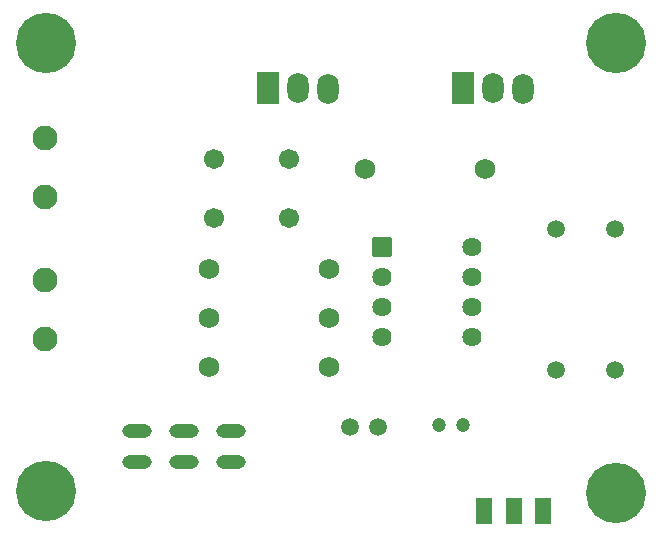
<source format=gbs>
G04 Layer: BottomSolderMaskLayer*
G04 EasyEDA v6.5.12, 2022-10-09 20:59:30*
G04 6618d418ddb7492eb1f763c1ca00203a,0dc1cd2b4b68440da47f955ee06510d5,10*
G04 Gerber Generator version 0.2*
G04 Scale: 100 percent, Rotated: No, Reflected: No *
G04 Dimensions in millimeters *
G04 leading zeros omitted , absolute positions ,4 integer and 5 decimal *
%FSLAX45Y45*%
%MOMM*%

%AMMACRO1*1,1,$1,$2,$3*1,1,$1,$4,$5*1,1,$1,0-$2,0-$3*1,1,$1,0-$4,0-$5*20,1,$1,$2,$3,$4,$5,0*20,1,$1,$4,$5,0-$2,0-$3,0*20,1,$1,0-$2,0-$3,0-$4,0-$5,0*20,1,$1,0-$4,0-$5,$2,$3,0*4,1,4,$2,$3,$4,$5,0-$2,0-$3,0-$4,0-$5,$2,$3,0*%
%ADD10C,2.1016*%
%ADD11C,1.2000*%
%ADD12C,1.7016*%
%ADD13C,1.5016*%
%ADD14O,1.7999964X2.5999948*%
%ADD15MACRO1,0.1016X-0.9X1.3X0.9X1.3*%
%ADD16C,1.7272*%
%ADD17C,1.5016*%
%ADD18O,2.4999949999999997X1.1999976*%
%ADD19MACRO1,0.1016X-0.762X0.762X0.762X0.762*%
%ADD20C,1.6256*%
%ADD21MACRO1,0.1016X-0.6058X-1.0909X-0.6058X1.0909*%
%ADD22C,5.1016*%

%LPD*%
D10*
G01*
X920750Y6536944D03*
G01*
X920750Y6036055D03*
G01*
X920750Y5330444D03*
G01*
X920750Y4829555D03*
D11*
G01*
X4256100Y4102100D03*
G01*
X4456099Y4102100D03*
D12*
G01*
X2349500Y5858687D03*
G01*
X2349500Y6358686D03*
G01*
X2984500Y5858687D03*
G01*
X2984500Y6358686D03*
D13*
G01*
X3499358Y4089400D03*
G01*
X3739641Y4089400D03*
D14*
G01*
X4711700Y6953732D03*
G01*
X4965725Y6952742D03*
D15*
G01*
X4457687Y6953745D03*
D14*
G01*
X3060700Y6953732D03*
G01*
X3314725Y6952742D03*
D15*
G01*
X2806687Y6953745D03*
D16*
G01*
X3632200Y6273800D03*
G01*
X4648200Y6273800D03*
G01*
X2311400Y5422900D03*
G01*
X3327400Y5422900D03*
G01*
X2311400Y5010150D03*
G01*
X3327400Y5010150D03*
G01*
X2311400Y4597400D03*
G01*
X3327400Y4597400D03*
D17*
G01*
X5242763Y5765800D03*
G01*
X5742762Y5765800D03*
G01*
X5742762Y4572000D03*
G01*
X5242763Y4572000D03*
D18*
G01*
X2495499Y3794302D03*
G01*
X2095500Y3794302D03*
G01*
X1695500Y3794302D03*
G01*
X2495499Y4054297D03*
G01*
X2095500Y4054297D03*
G01*
X1695500Y4054297D03*
D19*
G01*
X3771900Y5613400D03*
D20*
G01*
X3771900Y5359400D03*
G01*
X3771900Y5105400D03*
G01*
X3771900Y4851400D03*
G01*
X4533900Y4851400D03*
G01*
X4533900Y5105400D03*
G01*
X4533900Y5359400D03*
G01*
X4533900Y5613400D03*
D21*
G01*
X4889500Y3378200D03*
G01*
X5138420Y3378200D03*
G01*
X4640579Y3378200D03*
D22*
G01*
X5753100Y7340600D03*
G01*
X5753100Y3530600D03*
G01*
X927100Y3543300D03*
G01*
X927100Y7340600D03*
M02*

</source>
